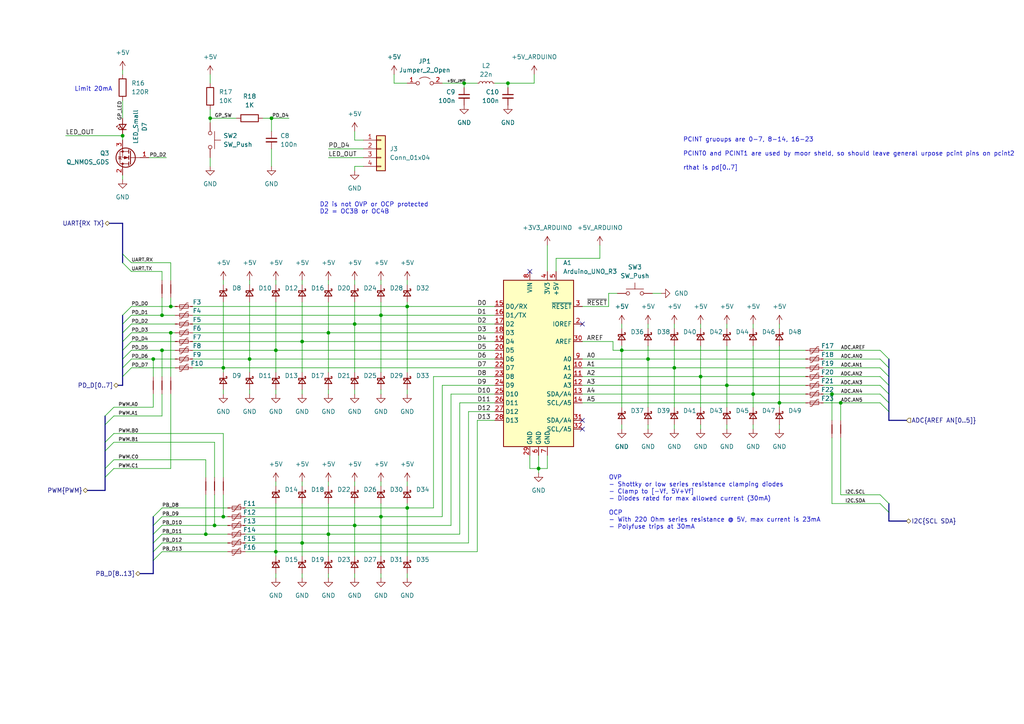
<source format=kicad_sch>
(kicad_sch (version 20211123) (generator eeschema)
  (paper "A4")
  (bus_alias "PWM" (members "A[0..1]" "B[0..1]" "C[0..1]"))
  (junction (at 218.44 114.3))
  (junction (at 180.34 101.6))
  (junction (at 102.87 93.98))
  (junction (at 60.96 34.29))
  (junction (at 110.49 91.44))
  (junction (at 64.77 149.86))
  (junction (at 78.74 34.29))
  (junction (at 195.58 106.68))
  (junction (at 80.01 101.6))
  (junction (at 62.23 152.4))
  (junction (at 46.99 101.6))
  (junction (at 44.45 104.14))
  (junction (at 156.21 135.89))
  (junction (at 203.2 109.22))
  (junction (at 87.63 157.48))
  (junction (at 95.25 154.94))
  (junction (at 35.56 39.37))
  (junction (at 64.77 106.68))
  (junction (at 59.69 154.94))
  (junction (at 210.82 111.76))
  (junction (at 87.63 99.06))
  (junction (at 134.62 24.13))
  (junction (at 46.99 91.44))
  (junction (at 118.11 147.32))
  (junction (at 110.49 149.86))
  (junction (at 241.3 114.3))
  (junction (at 243.84 116.84))
  (junction (at 147.32 24.13))
  (junction (at 80.01 160.02))
  (junction (at 226.06 116.84))
  (junction (at 102.87 152.4))
  (junction (at 118.11 88.9))
  (junction (at 49.53 96.52))
  (junction (at 49.53 88.9))
  (junction (at 95.25 96.52))
  (junction (at 187.96 104.14))
  (junction (at 72.39 104.14))
  (no_connect (at 153.67 78.74))
  (no_connect (at 168.91 124.46))
  (no_connect (at 168.91 121.92))
  (no_connect (at 168.91 93.98))
  (bus_entry (at 30.48 135.89) (size 2.54 -2.54))
  (bus_entry (at 38.1 93.98) (size -2.54 2.54))
  (bus_entry (at 35.56 91.44) (size 2.54 -2.54))
  (bus_entry (at 257.81 148.59) (size -2.54 -2.54))
  (bus_entry (at 46.99 160.02) (size -2.54 2.54))
  (bus_entry (at 257.81 104.14) (size -2.54 -2.54))
  (bus_entry (at 257.81 114.3) (size -2.54 -2.54))
  (bus_entry (at 257.81 106.68) (size -2.54 -2.54))
  (bus_entry (at 38.1 101.6) (size -2.54 2.54))
  (bus_entry (at 46.99 154.94) (size -2.54 2.54))
  (bus_entry (at 30.48 120.65) (size 2.54 -2.54))
  (bus_entry (at 30.48 123.19) (size 2.54 -2.54))
  (bus_entry (at 257.81 116.84) (size -2.54 -2.54))
  (bus_entry (at 46.99 152.4) (size -2.54 2.54))
  (bus_entry (at 38.1 91.44) (size -2.54 2.54))
  (bus_entry (at 30.48 130.81) (size 2.54 -2.54))
  (bus_entry (at 257.81 111.76) (size -2.54 -2.54))
  (bus_entry (at 257.81 146.05) (size -2.54 -2.54))
  (bus_entry (at 38.1 76.2) (size -2.54 -2.54))
  (bus_entry (at 38.1 96.52) (size -2.54 2.54))
  (bus_entry (at 44.45 149.86) (size 2.54 -2.54))
  (bus_entry (at 38.1 104.14) (size -2.54 2.54))
  (bus_entry (at 35.56 76.2) (size 2.54 2.54))
  (bus_entry (at 257.81 109.22) (size -2.54 -2.54))
  (bus_entry (at 46.99 149.86) (size -2.54 2.54))
  (bus_entry (at 30.48 138.43) (size 2.54 -2.54))
  (bus_entry (at 257.81 119.38) (size -2.54 -2.54))
  (bus_entry (at 38.1 99.06) (size -2.54 2.54))
  (bus_entry (at 38.1 106.68) (size -2.54 2.54))
  (bus_entry (at 46.99 157.48) (size -2.54 2.54))
  (bus_entry (at 30.48 128.27) (size 2.54 -2.54))
  (wire (pts (xy 133.35 116.84) (xy 133.35 154.94)))
  (wire (pts (xy 46.99 101.6) (xy 50.8 101.6)))
  (wire (pts (xy 64.77 143.51) (xy 64.77 149.86)))
  (wire (pts (xy 168.91 116.84) (xy 226.06 116.84)))
  (wire (pts (xy 226.06 100.33) (xy 226.06 116.84)))
  (wire (pts (xy 46.99 147.32) (xy 66.04 147.32)))
  (wire (pts (xy 38.1 104.14) (xy 44.45 104.14)))
  (wire (pts (xy 87.63 99.06) (xy 143.51 99.06)))
  (wire (pts (xy 64.77 113.03) (xy 64.77 114.3)))
  (wire (pts (xy 38.1 76.2) (xy 49.53 76.2)))
  (wire (pts (xy 38.1 78.74) (xy 46.99 78.74)))
  (wire (pts (xy 46.99 152.4) (xy 62.23 152.4)))
  (wire (pts (xy 177.8 101.6) (xy 180.34 101.6)))
  (wire (pts (xy 71.12 152.4) (xy 102.87 152.4)))
  (wire (pts (xy 177.8 99.06) (xy 177.8 101.6)))
  (wire (pts (xy 118.11 166.37) (xy 118.11 167.64)))
  (wire (pts (xy 46.99 78.74) (xy 46.99 81.28)))
  (wire (pts (xy 78.74 34.29) (xy 78.74 38.1)))
  (wire (pts (xy 147.32 24.13) (xy 154.94 24.13)))
  (wire (pts (xy 138.43 160.02) (xy 138.43 121.92)))
  (wire (pts (xy 95.25 146.05) (xy 95.25 154.94)))
  (wire (pts (xy 238.76 106.68) (xy 255.27 106.68)))
  (wire (pts (xy 102.87 87.63) (xy 102.87 93.98)))
  (wire (pts (xy 114.3 21.59) (xy 114.3 24.13)))
  (bus (pts (xy 257.81 111.76) (xy 257.81 114.3)))
  (wire (pts (xy 80.01 166.37) (xy 80.01 167.64)))
  (wire (pts (xy 49.53 88.9) (xy 50.8 88.9)))
  (wire (pts (xy 80.01 101.6) (xy 80.01 107.95)))
  (bus (pts (xy 30.48 123.19) (xy 30.48 128.27)))
  (wire (pts (xy 189.23 85.09) (xy 191.77 85.09)))
  (wire (pts (xy 168.91 104.14) (xy 187.96 104.14)))
  (wire (pts (xy 46.99 149.86) (xy 64.77 149.86)))
  (bus (pts (xy 30.48 142.24) (xy 30.48 138.43)))
  (wire (pts (xy 55.88 106.68) (xy 64.77 106.68)))
  (wire (pts (xy 203.2 93.98) (xy 203.2 95.25)))
  (wire (pts (xy 78.74 34.29) (xy 83.82 34.29)))
  (wire (pts (xy 138.43 121.92) (xy 143.51 121.92)))
  (wire (pts (xy 35.56 29.21) (xy 35.56 34.29)))
  (bus (pts (xy 35.56 104.14) (xy 35.56 106.68)))
  (wire (pts (xy 241.3 114.3) (xy 241.3 121.92)))
  (wire (pts (xy 110.49 91.44) (xy 143.51 91.44)))
  (wire (pts (xy 64.77 149.86) (xy 66.04 149.86)))
  (wire (pts (xy 180.34 123.19) (xy 180.34 124.46)))
  (wire (pts (xy 80.01 81.28) (xy 80.01 82.55)))
  (wire (pts (xy 243.84 143.51) (xy 255.27 143.51)))
  (wire (pts (xy 33.02 120.65) (xy 46.99 120.65)))
  (wire (pts (xy 238.76 104.14) (xy 255.27 104.14)))
  (wire (pts (xy 87.63 99.06) (xy 87.63 107.95)))
  (wire (pts (xy 80.01 113.03) (xy 80.01 114.3)))
  (wire (pts (xy 44.45 104.14) (xy 44.45 109.22)))
  (wire (pts (xy 44.45 114.3) (xy 44.45 118.11)))
  (wire (pts (xy 243.84 116.84) (xy 243.84 121.92)))
  (wire (pts (xy 118.11 139.7) (xy 118.11 140.97)))
  (wire (pts (xy 114.3 24.13) (xy 118.11 24.13)))
  (wire (pts (xy 38.1 101.6) (xy 46.99 101.6)))
  (bus (pts (xy 44.45 157.48) (xy 44.45 160.02)))
  (wire (pts (xy 87.63 113.03) (xy 87.63 114.3)))
  (wire (pts (xy 33.02 135.89) (xy 49.53 135.89)))
  (wire (pts (xy 46.99 114.3) (xy 46.99 120.65)))
  (wire (pts (xy 110.49 87.63) (xy 110.49 91.44)))
  (wire (pts (xy 130.81 114.3) (xy 143.51 114.3)))
  (wire (pts (xy 168.91 114.3) (xy 218.44 114.3)))
  (wire (pts (xy 153.67 132.08) (xy 153.67 135.89)))
  (wire (pts (xy 118.11 81.28) (xy 118.11 82.55)))
  (wire (pts (xy 168.91 99.06) (xy 177.8 99.06)))
  (bus (pts (xy 30.48 128.27) (xy 30.48 130.81)))
  (wire (pts (xy 135.89 119.38) (xy 135.89 157.48)))
  (wire (pts (xy 46.99 154.94) (xy 59.69 154.94)))
  (wire (pts (xy 203.2 109.22) (xy 203.2 118.11)))
  (bus (pts (xy 257.81 146.05) (xy 257.81 148.59)))
  (bus (pts (xy 30.48 130.81) (xy 30.48 135.89)))
  (wire (pts (xy 87.63 139.7) (xy 87.63 140.97)))
  (wire (pts (xy 64.77 81.28) (xy 64.77 82.55)))
  (wire (pts (xy 241.3 146.05) (xy 255.27 146.05)))
  (wire (pts (xy 168.91 109.22) (xy 203.2 109.22)))
  (wire (pts (xy 64.77 106.68) (xy 143.51 106.68)))
  (wire (pts (xy 195.58 93.98) (xy 195.58 95.25)))
  (wire (pts (xy 62.23 128.27) (xy 62.23 138.43)))
  (bus (pts (xy 257.81 106.68) (xy 257.81 109.22)))
  (wire (pts (xy 102.87 93.98) (xy 143.51 93.98)))
  (wire (pts (xy 38.1 88.9) (xy 49.53 88.9)))
  (wire (pts (xy 195.58 100.33) (xy 195.58 106.68)))
  (bus (pts (xy 257.81 104.14) (xy 257.81 106.68)))
  (wire (pts (xy 226.06 93.98) (xy 226.06 95.25)))
  (bus (pts (xy 35.56 91.44) (xy 35.56 93.98)))
  (wire (pts (xy 95.25 96.52) (xy 143.51 96.52)))
  (wire (pts (xy 95.25 96.52) (xy 95.25 107.95)))
  (wire (pts (xy 210.82 111.76) (xy 210.82 118.11)))
  (bus (pts (xy 257.81 151.13) (xy 257.81 148.59)))
  (wire (pts (xy 55.88 104.14) (xy 72.39 104.14)))
  (wire (pts (xy 78.74 43.18) (xy 78.74 48.26)))
  (bus (pts (xy 35.56 104.14) (xy 35.56 101.6)))
  (wire (pts (xy 125.73 109.22) (xy 143.51 109.22)))
  (wire (pts (xy 128.27 24.13) (xy 134.62 24.13)))
  (wire (pts (xy 110.49 166.37) (xy 110.49 167.64)))
  (wire (pts (xy 156.21 135.89) (xy 156.21 137.16)))
  (wire (pts (xy 55.88 93.98) (xy 102.87 93.98)))
  (wire (pts (xy 35.56 20.32) (xy 35.56 21.59)))
  (wire (pts (xy 59.69 154.94) (xy 66.04 154.94)))
  (wire (pts (xy 233.68 109.22) (xy 203.2 109.22)))
  (wire (pts (xy 102.87 113.03) (xy 102.87 114.3)))
  (wire (pts (xy 128.27 111.76) (xy 143.51 111.76)))
  (wire (pts (xy 226.06 123.19) (xy 226.06 124.46)))
  (wire (pts (xy 102.87 139.7) (xy 102.87 140.97)))
  (wire (pts (xy 203.2 123.19) (xy 203.2 124.46)))
  (wire (pts (xy 95.25 113.03) (xy 95.25 114.3)))
  (bus (pts (xy 257.81 121.92) (xy 257.81 119.38)))
  (wire (pts (xy 130.81 114.3) (xy 130.81 152.4)))
  (wire (pts (xy 71.12 157.48) (xy 87.63 157.48)))
  (wire (pts (xy 110.49 113.03) (xy 110.49 114.3)))
  (wire (pts (xy 80.01 160.02) (xy 138.43 160.02)))
  (wire (pts (xy 71.12 160.02) (xy 80.01 160.02)))
  (wire (pts (xy 49.53 96.52) (xy 50.8 96.52)))
  (wire (pts (xy 218.44 123.19) (xy 218.44 124.46)))
  (wire (pts (xy 33.02 125.73) (xy 64.77 125.73)))
  (wire (pts (xy 110.49 81.28) (xy 110.49 82.55)))
  (wire (pts (xy 49.53 96.52) (xy 49.53 109.22)))
  (wire (pts (xy 80.01 160.02) (xy 80.01 161.29)))
  (wire (pts (xy 110.49 149.86) (xy 110.49 161.29)))
  (wire (pts (xy 118.11 146.05) (xy 118.11 147.32)))
  (bus (pts (xy 35.56 99.06) (xy 35.56 101.6)))
  (wire (pts (xy 243.84 127) (xy 243.84 143.51)))
  (wire (pts (xy 55.88 88.9) (xy 118.11 88.9)))
  (wire (pts (xy 95.25 139.7) (xy 95.25 140.97)))
  (wire (pts (xy 233.68 104.14) (xy 187.96 104.14)))
  (wire (pts (xy 64.77 87.63) (xy 64.77 106.68)))
  (wire (pts (xy 55.88 101.6) (xy 80.01 101.6)))
  (wire (pts (xy 62.23 143.51) (xy 62.23 152.4)))
  (wire (pts (xy 33.02 118.11) (xy 44.45 118.11)))
  (bus (pts (xy 35.56 76.2) (xy 35.56 73.66)))
  (wire (pts (xy 95.25 87.63) (xy 95.25 96.52)))
  (wire (pts (xy 87.63 146.05) (xy 87.63 157.48)))
  (wire (pts (xy 118.11 147.32) (xy 125.73 147.32)))
  (wire (pts (xy 102.87 152.4) (xy 130.81 152.4)))
  (bus (pts (xy 44.45 152.4) (xy 44.45 154.94)))
  (wire (pts (xy 38.1 96.52) (xy 49.53 96.52)))
  (bus (pts (xy 44.45 154.94) (xy 44.45 157.48)))
  (wire (pts (xy 173.99 71.12) (xy 173.99 74.93)))
  (wire (pts (xy 218.44 114.3) (xy 218.44 118.11)))
  (wire (pts (xy 102.87 48.26) (xy 102.87 49.53)))
  (wire (pts (xy 46.99 109.22) (xy 46.99 101.6)))
  (wire (pts (xy 87.63 157.48) (xy 87.63 161.29)))
  (wire (pts (xy 158.75 132.08) (xy 158.75 135.89)))
  (wire (pts (xy 218.44 93.98) (xy 218.44 95.25)))
  (bus (pts (xy 257.81 114.3) (xy 257.81 116.84)))
  (wire (pts (xy 168.91 88.9) (xy 176.53 88.9)))
  (wire (pts (xy 95.25 45.72) (xy 105.41 45.72)))
  (wire (pts (xy 187.96 100.33) (xy 187.96 104.14)))
  (wire (pts (xy 118.11 88.9) (xy 143.51 88.9)))
  (wire (pts (xy 203.2 100.33) (xy 203.2 109.22)))
  (bus (pts (xy 44.45 149.86) (xy 44.45 152.4)))
  (wire (pts (xy 118.11 147.32) (xy 118.11 161.29)))
  (wire (pts (xy 55.88 96.52) (xy 95.25 96.52)))
  (wire (pts (xy 87.63 81.28) (xy 87.63 82.55)))
  (wire (pts (xy 80.01 87.63) (xy 80.01 101.6)))
  (wire (pts (xy 110.49 149.86) (xy 128.27 149.86)))
  (wire (pts (xy 49.53 114.3) (xy 49.53 135.89)))
  (wire (pts (xy 102.87 146.05) (xy 102.87 152.4)))
  (wire (pts (xy 95.25 154.94) (xy 95.25 161.29)))
  (wire (pts (xy 210.82 100.33) (xy 210.82 111.76)))
  (wire (pts (xy 72.39 113.03) (xy 72.39 114.3)))
  (wire (pts (xy 46.99 91.44) (xy 50.8 91.44)))
  (wire (pts (xy 110.49 91.44) (xy 110.49 107.95)))
  (wire (pts (xy 153.67 135.89) (xy 156.21 135.89)))
  (wire (pts (xy 64.77 138.43) (xy 64.77 125.73)))
  (wire (pts (xy 87.63 157.48) (xy 135.89 157.48)))
  (wire (pts (xy 80.01 101.6) (xy 143.51 101.6)))
  (wire (pts (xy 134.62 24.13) (xy 134.62 25.4)))
  (wire (pts (xy 243.84 116.84) (xy 255.27 116.84)))
  (wire (pts (xy 238.76 109.22) (xy 255.27 109.22)))
  (wire (pts (xy 95.25 81.28) (xy 95.25 82.55)))
  (bus (pts (xy 35.56 64.77) (xy 35.56 73.66)))
  (bus (pts (xy 35.56 106.68) (xy 35.56 109.22)))
  (wire (pts (xy 195.58 106.68) (xy 195.58 118.11)))
  (wire (pts (xy 60.96 34.29) (xy 60.96 35.56)))
  (wire (pts (xy 95.25 154.94) (xy 133.35 154.94)))
  (wire (pts (xy 87.63 166.37) (xy 87.63 167.64)))
  (wire (pts (xy 195.58 123.19) (xy 195.58 124.46)))
  (wire (pts (xy 241.3 114.3) (xy 255.27 114.3)))
  (wire (pts (xy 238.76 116.84) (xy 243.84 116.84)))
  (bus (pts (xy 34.29 111.76) (xy 35.56 111.76)))
  (wire (pts (xy 154.94 21.59) (xy 154.94 24.13)))
  (bus (pts (xy 44.45 162.56) (xy 44.45 166.37)))
  (wire (pts (xy 72.39 87.63) (xy 72.39 104.14)))
  (bus (pts (xy 35.56 109.22) (xy 35.56 111.76)))
  (wire (pts (xy 95.25 166.37) (xy 95.25 167.64)))
  (wire (pts (xy 19.05 39.37) (xy 35.56 39.37)))
  (wire (pts (xy 49.53 86.36) (xy 49.53 88.9)))
  (wire (pts (xy 147.32 24.13) (xy 143.51 24.13)))
  (bus (pts (xy 35.56 93.98) (xy 35.56 96.52)))
  (wire (pts (xy 118.11 87.63) (xy 118.11 88.9)))
  (wire (pts (xy 60.96 45.72) (xy 60.96 48.26)))
  (wire (pts (xy 187.96 123.19) (xy 187.96 124.46)))
  (wire (pts (xy 180.34 93.98) (xy 180.34 95.25)))
  (bus (pts (xy 35.56 96.52) (xy 35.56 99.06)))
  (wire (pts (xy 33.02 133.35) (xy 59.69 133.35)))
  (wire (pts (xy 71.12 154.94) (xy 95.25 154.94)))
  (wire (pts (xy 102.87 40.64) (xy 105.41 40.64)))
  (wire (pts (xy 195.58 106.68) (xy 233.68 106.68)))
  (wire (pts (xy 80.01 146.05) (xy 80.01 160.02)))
  (wire (pts (xy 233.68 111.76) (xy 210.82 111.76)))
  (wire (pts (xy 218.44 114.3) (xy 233.68 114.3)))
  (wire (pts (xy 158.75 135.89) (xy 156.21 135.89)))
  (wire (pts (xy 238.76 101.6) (xy 255.27 101.6)))
  (bus (pts (xy 257.81 109.22) (xy 257.81 111.76)))
  (wire (pts (xy 156.21 132.08) (xy 156.21 135.89)))
  (wire (pts (xy 125.73 109.22) (xy 125.73 147.32)))
  (bus (pts (xy 257.81 116.84) (xy 257.81 119.38)))
  (wire (pts (xy 180.34 101.6) (xy 233.68 101.6)))
  (wire (pts (xy 59.69 143.51) (xy 59.69 154.94)))
  (wire (pts (xy 133.35 116.84) (xy 143.51 116.84)))
  (wire (pts (xy 102.87 166.37) (xy 102.87 167.64)))
  (wire (pts (xy 158.75 71.12) (xy 158.75 78.74)))
  (wire (pts (xy 62.23 152.4) (xy 66.04 152.4)))
  (wire (pts (xy 72.39 81.28) (xy 72.39 82.55)))
  (wire (pts (xy 38.1 93.98) (xy 50.8 93.98)))
  (wire (pts (xy 38.1 106.68) (xy 50.8 106.68)))
  (wire (pts (xy 168.91 106.68) (xy 195.58 106.68)))
  (wire (pts (xy 80.01 139.7) (xy 80.01 140.97)))
  (wire (pts (xy 55.88 91.44) (xy 110.49 91.44)))
  (wire (pts (xy 35.56 50.8) (xy 35.56 52.07)))
  (wire (pts (xy 72.39 104.14) (xy 72.39 107.95)))
  (wire (pts (xy 110.49 146.05) (xy 110.49 149.86)))
  (wire (pts (xy 33.02 128.27) (xy 62.23 128.27)))
  (wire (pts (xy 147.32 24.13) (xy 147.32 25.4)))
  (wire (pts (xy 180.34 101.6) (xy 180.34 118.11)))
  (wire (pts (xy 161.29 74.93) (xy 173.99 74.93)))
  (wire (pts (xy 55.88 99.06) (xy 87.63 99.06)))
  (wire (pts (xy 102.87 81.28) (xy 102.87 82.55)))
  (wire (pts (xy 43.18 45.72) (xy 48.26 45.72)))
  (wire (pts (xy 46.99 86.36) (xy 46.99 91.44)))
  (wire (pts (xy 95.25 43.18) (xy 105.41 43.18)))
  (wire (pts (xy 135.89 119.38) (xy 143.51 119.38)))
  (wire (pts (xy 102.87 38.1) (xy 102.87 40.64)))
  (wire (pts (xy 60.96 34.29) (xy 68.58 34.29)))
  (wire (pts (xy 226.06 116.84) (xy 233.68 116.84)))
  (wire (pts (xy 102.87 93.98) (xy 102.87 107.95)))
  (wire (pts (xy 241.3 127) (xy 241.3 146.05)))
  (bus (pts (xy 30.48 120.65) (xy 30.48 123.19)))
  (wire (pts (xy 87.63 87.63) (xy 87.63 99.06)))
  (wire (pts (xy 46.99 157.48) (xy 66.04 157.48)))
  (wire (pts (xy 187.96 93.98) (xy 187.96 95.25)))
  (wire (pts (xy 76.2 34.29) (xy 78.74 34.29)))
  (wire (pts (xy 105.41 48.26) (xy 102.87 48.26)))
  (bus (pts (xy 31.75 64.77) (xy 35.56 64.77)))
  (wire (pts (xy 35.56 39.37) (xy 35.56 40.64)))
  (bus (pts (xy 30.48 135.89) (xy 30.48 138.43)))
  (wire (pts (xy 110.49 139.7) (xy 110.49 140.97)))
  (wire (pts (xy 176.53 85.09) (xy 179.07 85.09)))
  (wire (pts (xy 118.11 113.03) (xy 118.11 114.3)))
  (bus (pts (xy 44.45 160.02) (xy 44.45 162.56)))
  (bus (pts (xy 262.89 121.92) (xy 257.81 121.92)))
  (wire (pts (xy 49.53 76.2) (xy 49.53 81.28)))
  (bus (pts (xy 44.45 166.37) (xy 40.64 166.37)))
  (wire (pts (xy 187.96 104.14) (xy 187.96 118.11)))
  (wire (pts (xy 168.91 111.76) (xy 210.82 111.76)))
  (wire (pts (xy 38.1 91.44) (xy 46.99 91.44)))
  (bus (pts (xy 25.4 142.24) (xy 30.48 142.24)))
  (wire (pts (xy 60.96 21.59) (xy 60.96 24.13)))
  (wire (pts (xy 59.69 138.43) (xy 59.69 133.35)))
  (wire (pts (xy 38.1 99.06) (xy 50.8 99.06)))
  (wire (pts (xy 128.27 111.76) (xy 128.27 149.86)))
  (wire (pts (xy 180.34 100.33) (xy 180.34 101.6)))
  (wire (pts (xy 71.12 147.32) (xy 118.11 147.32)))
  (wire (pts (xy 226.06 116.84) (xy 226.06 118.11)))
  (wire (pts (xy 118.11 88.9) (xy 118.11 107.95)))
  (wire (pts (xy 102.87 152.4) (xy 102.87 161.29)))
  (wire (pts (xy 72.39 104.14) (xy 143.51 104.14)))
  (wire (pts (xy 161.29 78.74) (xy 161.29 74.93)))
  (wire (pts (xy 238.76 111.76) (xy 255.27 111.76)))
  (wire (pts (xy 64.77 106.68) (xy 64.77 107.95)))
  (wire (pts (xy 60.96 31.75) (xy 60.96 34.29)))
  (wire (pts (xy 210.82 123.19) (xy 210.82 124.46)))
  (wire (pts (xy 238.76 114.3) (xy 241.3 114.3)))
  (wire (pts (xy 176.53 88.9) (xy 176.53 85.09)))
  (wire (pts (xy 138.43 24.13) (xy 134.62 24.13)))
  (wire (pts (xy 71.12 149.86) (xy 110.49 149.86)))
  (wire (pts (xy 210.82 93.98) (xy 210.82 95.25)))
  (wire (pts (xy 218.44 100.33) (xy 218.44 114.3)))
  (wire (pts (xy 46.99 160.02) (xy 66.04 160.02)))
  (wire (pts (xy 44.45 104.14) (xy 50.8 104.14)))
  (bus (pts (xy 262.89 151.13) (xy 257.81 151.13)))
  (text "D2 is not OVP or OCP protected\nD2 = OC3B or OC4B\n" (at 92.71 62.23 0) (effects (font (size 1.27 1.27)) (justify left bottom)))
  (text "OVP\n- Shottky or low series resistance clamping diodes\n- Clamp to [-Vf, 5V+Vf]\n- Diodes rated for max allowed current (30mA)\n\nOCP\n- With 220 Ohm series resistance @ 5V, max current is 23mA\n- Polyfuse trips at 30mA" (at 176.53 153.67 0) (effects (font (size 1.27 1.27)) (justify left bottom)))
  (text "PCINT gruoups are 0-7, 8-14, 16-23\n\nPCINT0 and PCINT1 are used by moor sheld, so should leave general urpose pcint pins on pcint2\n\nrthat is pd[0..7]" (at 198.12 49.53 0) (effects (font (size 1.27 1.27)) (justify left bottom)))
  (text "Limit 20mA" (at 21.59 26.67 0) (effects (font (size 1.27 1.27)) (justify left bottom)))
  (text "- General purpose button on one group fo PCINT not used for current mon.\n- onboard LED indicator?\n- with connector for external button and LED?" (at 118.11 228.6 0) (effects (font (size 1.27 1.27)) (justify left bottom)))
  (label "ADC.AN4" (at 243.84 114.3 0) (effects (font (size 1 1))))
  (label "D6" (at 138.43 104.14 0))
  (label "I2C.SDA" (at 245.11 146.05 0) (effects (font (size 1 1))))
  (label "PD_D0" (at 38.1 88.9 0) (effects (font (size 1 1))))
  (label "A1" (at 170.18 106.68 0))
  (label "PD_D2" (at 48.26 45.72 180) (effects (font (size 1 1))))
  (label "D0" (at 138.43 88.9 0))
  (label "LED_OUT" (at 95.25 45.72 0))
  (label "D13" (at 138.43 121.92 0))
  (label "ADC.AREF" (at 243.84 101.6 0) (effects (font (size 1 1))))
  (label "ADC.AN2" (at 243.7962 109.22 0) (effects (font (size 1 1))))
  (label "GP_LED" (at 35.56 29.21 270) (effects (font (size 1 1))))
  (label "PB_D11" (at 46.99 154.94 0) (effects (font (size 1 1))))
  (label "PD_D3" (at 38.1 96.52 0) (effects (font (size 1 1))))
  (label "PB_D13" (at 46.99 160.02 0) (effects (font (size 1 1))))
  (label "PWM.B1" (at 34.29 128.27 0) (effects (font (size 1 1))))
  (label "PWM.C1" (at 34.29 135.89 0) (effects (font (size 1 1))))
  (label "D10" (at 138.43 114.3 0))
  (label "AREF" (at 170.18 99.06 0))
  (label "UART.RX" (at 38.1 76.2 0) (effects (font (size 1 1))))
  (label "D7" (at 138.43 106.68 0))
  (label "PD_D4" (at 38.1 99.06 0) (effects (font (size 1 1))))
  (label "A0" (at 170.18 104.14 0))
  (label "PD_D4" (at 83.82 34.29 180) (effects (font (size 1 1))))
  (label "UART.TX" (at 38.1 78.74 0) (effects (font (size 1 1))))
  (label "PD_D4" (at 95.25 43.18 0))
  (label "D9" (at 138.43 111.76 0))
  (label "D5" (at 138.43 101.6 0))
  (label "PD_D7" (at 38.1 106.68 0) (effects (font (size 1 1))))
  (label "+5V_JMP" (at 129.54 24.13 0) (effects (font (size 0.8 0.8))))
  (label "PB_D10" (at 46.99 152.4 0) (effects (font (size 1 1))))
  (label "D8" (at 138.43 109.22 0))
  (label "ADC.AN1" (at 243.84 106.68 0) (effects (font (size 1 1))))
  (label "LED_OUT" (at 19.05 39.37 0))
  (label "D3" (at 138.43 96.52 0))
  (label "PB_D9" (at 46.99 149.86 0) (effects (font (size 1 1))))
  (label "A4" (at 170.18 114.3 0))
  (label "PD_D2" (at 38.1 93.98 0) (effects (font (size 1 1))))
  (label "PB_D8" (at 46.99 147.32 0) (effects (font (size 1 1))))
  (label "ADC.AN3" (at 243.7962 111.76 0) (effects (font (size 1 1))))
  (label "PWM.A1" (at 34.29 120.65 0) (effects (font (size 1 1))))
  (label "GP_SW" (at 62.23 34.29 0) (effects (font (size 1 1))))
  (label "ADC.AN5" (at 243.84 116.84 0) (effects (font (size 1 1))))
  (label "~{RESET}" (at 170.18 88.9 0))
  (label "I2C.SCL" (at 245.11 143.51 0) (effects (font (size 1 1))))
  (label "PWM.B0" (at 34.29 125.73 0) (effects (font (size 1 1))))
  (label "PD_D6" (at 38.1 104.14 0) (effects (font (size 1 1))))
  (label "D2" (at 138.43 93.98 0))
  (label "ADC.AN0" (at 243.84 104.14 0) (effects (font (size 1 1))))
  (label "D1" (at 138.43 91.44 0))
  (label "A3" (at 170.1531 111.76 0))
  (label "PB_D12" (at 46.99 157.48 0) (effects (font (size 1 1))))
  (label "PWM.A0" (at 34.29 118.11 0) (effects (font (size 1 1))))
  (label "A5" (at 170.18 116.84 0))
  (label "PD_D1" (at 38.1 91.44 0) (effects (font (size 1 1))))
  (label "D12" (at 138.43 119.38 0))
  (label "D4" (at 138.43 99.06 0))
  (label "D11" (at 138.43 116.84 0))
  (label "A2" (at 170.18 109.22 0))
  (label "PWM.C0" (at 34.29 133.35 0) (effects (font (size 1 1))))
  (label "PD_D5" (at 38.1 101.6 0) (effects (font (size 1 1))))
  (hierarchical_label "UART{RX TX}" (shape bidirectional) (at 31.75 64.77 180))
  (hierarchical_label "I2C{SCL SDA}" (shape bidirectional) (at 262.89 151.13 0))
  (hierarchical_label "PB_D[8..13]" (shape bidirectional) (at 40.64 166.37 180))
  (hierarchical_label "ADC{AREF AN[0..5]}" (shape input) (at 262.89 121.92 0))
  (hierarchical_label "PD_D[0..7]" (shape bidirectional) (at 34.29 111.76 180))
  (hierarchical_label "PWM{PWM}" (shape bidirectional) (at 25.4 142.24 180))
  (symbol (lib_id "Connector_Generic:Conn_01x04") (at 110.49 43.18 0) (unit 1)
    (property "Reference" "J3" (at 113.03 43.1799 0) (effects (justify left)))
    (property "Value" "Conn_01x04" (at 113.03 45.7199 0) (effects (justify left)))
    (property "Footprint" "Connector_Molex:Molex_KK-254_AE-6410-04A_1x04_P2.54mm_Vertical" (effects hide))
  )
  (symbol (lib_id "power:GND") (at 110.49 114.3 0) (mirror y) (unit 1)
    (property "Reference" "#PWR045" (effects hide))
    (property "Value" "GND" (at 110.49 119.38 0))
  )
  (symbol (lib_id "power:GND") (at 80.01 167.64 0) (mirror y) (unit 1)
    (property "Reference" "#PWR029" (effects hide))
    (property "Value" "GND" (at 80.01 172.72 0))
  )
  (symbol (lib_id "Device:D_Schottky_Small") (at 218.44 120.65 270) (unit 1)
    (property "Reference" "D47" (at 220.98 119.1259 90) (effects (justify left)))
    (property "Value" "D_Schottky_Small" (effects hide))
    (property "Footprint" "Diode_SMD:D_0805_2012Metric_Pad1.15x1.40mm_HandSolder" (effects hide))
  )
  (symbol (lib_id "Device:D_Schottky_Small") (at 95.25 85.09 270) (unit 1)
    (property "Reference" "D20" (at 97.79 83.5659 90) (effects (justify left)))
    (property "Value" "D_Schottky_Small" (effects hide))
    (property "Footprint" "Diode_SMD:D_0805_2012Metric_Pad1.15x1.40mm_HandSolder" (effects hide))
  )
  (symbol (lib_id "Device:NetTie_2") (at 44.45 111.76 90) (unit 1) (in_bom no)
    (property "Reference" "NT1" (effects hide))
    (property "Value" "NetTie_2" (effects hide))
    (property "Footprint" "NetTie:NetTie-2_THT_Pad0.3mm" (effects hide))
  )
  (symbol (lib_id "Device:R") (at 72.39 34.29 270) (unit 1)
    (property "Reference" "R18" (at 72.39 27.94 90))
    (property "Value" "1K" (at 72.39 30.48 90))
    (property "Footprint" "Resistor_SMD:R_0805_2012Metric_Pad1.20x1.40mm_HandSolder" (effects hide))
  )
  (symbol (lib_id "Device:Polyfuse_Small") (at 53.34 93.98 90) (unit 1)
    (property "Reference" "F5" (at 57.15 92.71 90))
    (property "Value" "Polyfuse_Small" (effects hide))
    (property "Footprint" "Fuse:Fuse_0805_2012Metric_Pad1.15x1.40mm_HandSolder" (effects hide))
    (property "Digikey Part No" "PRG18BB221MB1RB" (effects hide))
  )
  (symbol (lib_id "Device:C_Small") (at 147.32 27.94 0) (mirror y) (unit 1)
    (property "Reference" "C10" (at 144.78 26.6762 0) (effects (justify left)))
    (property "Value" "100n" (at 144.78 29.2162 0) (effects (justify left)))
    (property "Footprint" "Capacitor_SMD:C_0805_2012Metric_Pad1.18x1.45mm_HandSolder" (effects hide))
  )
  (symbol (lib_id "Device:D_Schottky_Small") (at 195.58 120.65 270) (unit 1)
    (property "Reference" "D41" (at 198.12 119.1259 90) (effects (justify left)))
    (property "Value" "D_Schottky_Small" (effects hide))
    (property "Footprint" "Diode_SMD:D_0805_2012Metric_Pad1.15x1.40mm_HandSolder" (effects hide))
  )
  (symbol (lib_id "power:GND") (at 118.11 114.3 0) (mirror y) (unit 1)
    (property "Reference" "#PWR050" (effects hide))
    (property "Value" "GND" (at 118.11 119.38 0))
  )
  (symbol (lib_id "power:+5V") (at 35.56 20.32 0) (unit 1)
    (property "Reference" "#PWR017" (effects hide))
    (property "Value" "+5V" (at 35.56 15.24 0))
  )
  (symbol (lib_id "Device:NetTie_2") (at 62.23 140.97 90) (unit 1) (in_bom no)
    (property "Reference" "NT7" (effects hide))
    (property "Value" "NetTie_2" (effects hide))
    (property "Footprint" "NetTie:NetTie-2_THT_Pad0.3mm" (effects hide))
  )
  (symbol (lib_id "Device:Polyfuse_Small") (at 53.34 106.68 90) (unit 1)
    (property "Reference" "F10" (at 57.15 105.41 90))
    (property "Value" "Polyfuse_Small" (effects hide))
    (property "Footprint" "Fuse:Fuse_0805_2012Metric_Pad1.15x1.40mm_HandSolder" (effects hide))
    (property "Digikey Part No" "PRG18BB221MB1RB" (effects hide))
  )
  (symbol (lib_id "Device:D_Schottky_Small") (at 180.34 97.79 270) (unit 1)
    (property "Reference" "D36" (at 182.88 96.2659 90) (effects (justify left)))
    (property "Value" "D_Schottky_Small" (effects hide))
    (property "Footprint" "Diode_SMD:D_0805_2012Metric_Pad1.15x1.40mm_HandSolder" (effects hide))
  )
  (symbol (lib_id "Device:D_Schottky_Small") (at 226.06 120.65 270) (unit 1)
    (property "Reference" "D49" (at 228.6 119.1259 90) (effects (justify left)))
    (property "Value" "D_Schottky_Small" (effects hide))
    (property "Footprint" "Diode_SMD:D_0805_2012Metric_Pad1.15x1.40mm_HandSolder" (effects hide))
  )
  (symbol (lib_id "power:+5V") (at 60.96 21.59 0) (unit 1)
    (property "Reference" "#PWR019" (effects hide))
    (property "Value" "+5V" (at 60.96 16.51 0))
  )
  (symbol (lib_id "Device:D_Schottky_Small") (at 118.11 143.51 270) (unit 1)
    (property "Reference" "D34" (at 120.65 141.9859 90) (effects (justify left)))
    (property "Value" "D_Schottky_Small" (effects hide))
    (property "Footprint" "Diode_SMD:D_0805_2012Metric_Pad1.15x1.40mm_HandSolder" (effects hide))
  )
  (symbol (lib_id "Device:Polyfuse_Small") (at 236.22 116.84 90) (unit 1)
    (property "Reference" "F23" (at 240.03 115.57 90))
    (property "Value" "Polyfuse_Small" (effects hide))
    (property "Footprint" "Fuse:Fuse_0805_2012Metric_Pad1.15x1.40mm_HandSolder" (effects hide))
    (property "Digikey Part No" "PRG18BB221MB1RB" (effects hide))
  )
  (symbol (lib_id "Device:R") (at 60.96 27.94 180) (unit 1)
    (property "Reference" "R17" (at 63.5 26.6699 0) (effects (justify right)))
    (property "Value" "10K" (at 63.5 29.2099 0) (effects (justify right)))
    (property "Footprint" "Resistor_SMD:R_0805_2012Metric_Pad1.20x1.40mm_HandSolder" (effects hide))
  )
  (symbol (lib_id "Device:D_Schottky_Small") (at 118.11 163.83 270) (unit 1)
    (property "Reference" "D35" (at 120.65 162.3059 90) (effects (justify left)))
    (property "Value" "D_Schottky_Small" (effects hide))
    (property "Footprint" "Diode_SMD:D_0805_2012Metric_Pad1.15x1.40mm_HandSolder" (effects hide))
  )
  (symbol (lib_id "Device:D_Schottky_Small") (at 102.87 110.49 270) (unit 1)
    (property "Reference" "D25" (at 105.41 108.9659 90) (effects (justify left)))
    (property "Value" "D_Schottky_Small" (effects hide))
    (property "Footprint" "Diode_SMD:D_0805_2012Metric_Pad1.15x1.40mm_HandSolder" (effects hide))
  )
  (symbol (lib_id "power:+5V") (at 114.3 21.59 0) (mirror y) (unit 1)
    (property "Reference" "#PWR048" (effects hide))
    (property "Value" "+5V" (at 114.3 16.51 0))
  )
  (symbol (lib_id "Device:D_Schottky_Small") (at 210.82 97.79 270) (unit 1)
    (property "Reference" "D44" (at 213.36 96.2659 90) (effects (justify left)))
    (property "Value" "D_Schottky_Small" (effects hide))
    (property "Footprint" "Diode_SMD:D_0805_2012Metric_Pad1.15x1.40mm_HandSolder" (effects hide))
  )
  (symbol (lib_id "Device:Polyfuse_Small") (at 236.22 114.3 90) (unit 1)
    (property "Reference" "F22" (at 240.03 113.03 90))
    (property "Value" "Polyfuse_Small" (effects hide))
    (property "Footprint" "Fuse:Fuse_0805_2012Metric_Pad1.15x1.40mm_HandSolder" (effects hide))
    (property "Digikey Part No" "PRG18BB221MB1RB" (effects hide))
  )
  (symbol (lib_id "Device:Polyfuse_Small") (at 68.58 149.86 90) (unit 1)
    (property "Reference" "F12" (at 72.39 148.59 90))
    (property "Value" "Polyfuse_Small" (effects hide))
    (property "Footprint" "Fuse:Fuse_0805_2012Metric_Pad1.15x1.40mm_HandSolder" (effects hide))
    (property "Digikey Part No" "PRG18BB221MB1RB" (effects hide))
  )
  (symbol (lib_id "power:GND") (at 118.11 167.64 0) (mirror y) (unit 1)
    (property "Reference" "#PWR052" (effects hide))
    (property "Value" "GND" (at 118.11 172.72 0))
  )
  (symbol (lib_id "Device:Polyfuse_Small") (at 68.58 154.94 90) (unit 1)
    (property "Reference" "F14" (at 72.39 153.67 90))
    (property "Value" "Polyfuse_Small" (effects hide))
    (property "Footprint" "Fuse:Fuse_0805_2012Metric_Pad1.15x1.40mm_HandSolder" (effects hide))
    (property "Digikey Part No" "PRG18BB221MB1RB" (effects hide))
  )
  (symbol (lib_id "Device:D_Schottky_Small") (at 218.44 97.79 270) (unit 1)
    (property "Reference" "D46" (at 220.98 96.2659 90) (effects (justify left)))
    (property "Value" "D_Schottky_Small" (effects hide))
    (property "Footprint" "Diode_SMD:D_0805_2012Metric_Pad1.15x1.40mm_HandSolder" (effects hide))
  )
  (symbol (lib_id "Device:D_Schottky_Small") (at 110.49 143.51 270) (unit 1)
    (property "Reference" "D30" (at 113.03 141.9859 90) (effects (justify left)))
    (property "Value" "D_Schottky_Small" (effects hide))
    (property "Footprint" "Diode_SMD:D_0805_2012Metric_Pad1.15x1.40mm_HandSolder" (effects hide))
  )
  (symbol (lib_id "power:+5V") (at 226.06 93.98 0) (unit 1)
    (property "Reference" "#PWR072" (effects hide))
    (property "Value" "+5V" (at 226.06 88.9 0))
  )
  (symbol (lib_id "Device:D_Schottky_Small") (at 102.87 85.09 270) (unit 1)
    (property "Reference" "D24" (at 105.41 83.5659 90) (effects (justify left)))
    (property "Value" "D_Schottky_Small" (effects hide))
    (property "Footprint" "Diode_SMD:D_0805_2012Metric_Pad1.15x1.40mm_HandSolder" (effects hide))
  )
  (symbol (lib_id "power:+5V") (at 87.63 139.7 0) (unit 1)
    (property "Reference" "#PWR032" (effects hide))
    (property "Value" "+5V" (at 87.63 134.62 0))
  )
  (symbol (lib_id "Device:Polyfuse_Small") (at 236.22 104.14 90) (unit 1)
    (property "Reference" "F18" (at 240.03 102.87 90))
    (property "Value" "Polyfuse_Small" (effects hide))
    (property "Footprint" "Fuse:Fuse_0805_2012Metric_Pad1.15x1.40mm_HandSolder" (effects hide))
    (property "Digikey Part No" "PRG18BB221MB1RB" (effects hide))
  )
  (symbol (lib_id "power:+5V") (at 187.96 93.98 0) (unit 1)
    (property "Reference" "#PWR061" (effects hide))
    (property "Value" "+5V" (at 187.96 88.9 0))
  )
  (symbol (lib_id "Device:D_Schottky_Small") (at 110.49 85.09 270) (unit 1)
    (property "Reference" "D28" (at 113.03 83.5659 90) (effects (justify left)))
    (property "Value" "D_Schottky_Small" (effects hide))
    (property "Footprint" "Diode_SMD:D_0805_2012Metric_Pad1.15x1.40mm_HandSolder" (effects hide))
  )
  (symbol (lib_id "Device:D_Schottky_Small") (at 102.87 143.51 270) (unit 1)
    (property "Reference" "D26" (at 105.41 141.9859 90) (effects (justify left)))
    (property "Value" "D_Schottky_Small" (effects hide))
    (property "Footprint" "Diode_SMD:D_0805_2012Metric_Pad1.15x1.40mm_HandSolder" (effects hide))
  )
  (symbol (lib_id "Device:Polyfuse_Small") (at 236.22 101.6 90) (unit 1)
    (property "Reference" "F17" (at 240.03 100.33 90))
    (property "Value" "Polyfuse_Small" (effects hide))
    (property "Footprint" "Fuse:Fuse_0805_2012Metric_Pad1.15x1.40mm_HandSolder" (effects hide))
    (property "Digikey Part No" "PRG18BB221MB1RB" (effects hide))
  )
  (symbol (lib_id "Device:D_Schottky_Small") (at 87.63 85.09 270) (unit 1)
    (property "Reference" "D16" (at 90.17 83.5659 90) (effects (justify left)))
    (property "Value" "D_Schottky_Small" (effects hide))
    (property "Footprint" "Diode_SMD:D_0805_2012Metric_Pad1.15x1.40mm_HandSolder" (effects hide))
  )
  (symbol (lib_id "power:GND") (at 110.49 167.64 0) (mirror y) (unit 1)
    (property "Reference" "#PWR047" (effects hide))
    (property "Value" "GND" (at 110.49 172.72 0))
  )
  (symbol (lib_id "power:GND") (at 72.39 114.3 0) (mirror y) (unit 1)
    (property "Reference" "#PWR024" (effects hide))
    (property "Value" "GND" (at 72.39 119.38 0))
  )
  (symbol (lib_id "Device:Polyfuse_Small") (at 236.22 109.22 90) (unit 1)
    (property "Reference" "F20" (at 240.03 107.95 90))
    (property "Value" "Polyfuse_Small" (effects hide))
    (property "Footprint" "Fuse:Fuse_0805_2012Metric_Pad1.15x1.40mm_HandSolder" (effects hide))
    (property "Digikey Part No" "PRG18BB221MB1RB" (effects hide))
  )
  (symbol (lib_id "Device:D_Schottky_Small") (at 95.25 143.51 270) (unit 1)
    (property "Reference" "D22" (at 97.79 141.9859 90) (effects (justify left)))
    (property "Value" "D_Schottky_Small" (effects hide))
    (property "Footprint" "Diode_SMD:D_0805_2012Metric_Pad1.15x1.40mm_HandSolder" (effects hide))
  )
  (symbol (lib_id "Device:L_Small") (at 140.97 24.13 270) (mirror x) (unit 1)
    (property "Reference" "L2" (at 140.97 19.05 90))
    (property "Value" "22n" (at 140.97 21.59 90))
    (property "Footprint" "Inductor_SMD:L_0805_2012Metric_Pad1.15x1.40mm_HandSolder" (effects hide))
  )
  (symbol (lib_id "Device:D_Schottky_Small") (at 72.39 110.49 270) (unit 1)
    (property "Reference" "D11" (at 74.93 108.9659 90) (effects (justify left)))
    (property "Value" "D_Schottky_Small" (effects hide))
    (property "Footprint" "Diode_SMD:D_0805_2012Metric_Pad1.15x1.40mm_HandSolder" (effects hide))
  )
  (symbol (lib_id "Device:Polyfuse_Small") (at 53.34 101.6 90) (unit 1)
    (property "Reference" "F8" (at 57.15 100.33 90))
    (property "Value" "Polyfuse_Small" (effects hide))
    (property "Footprint" "Fuse:Fuse_0805_2012Metric_Pad1.15x1.40mm_HandSolder" (effects hide))
    (property "Digikey Part No" "PRG18BB221MB1RB" (effects hide))
  )
  (symbol (lib_id "power:GND") (at 95.25 167.64 0) (mirror y) (unit 1)
    (property "Reference" "#PWR037" (effects hide))
    (property "Value" "GND" (at 95.25 172.72 0))
  )
  (symbol (lib_id "power:+5V") (at 102.87 81.28 0) (unit 1)
    (property "Reference" "#PWR040" (effects hide))
    (property "Value" "+5V" (at 102.87 76.2 0))
  )
  (symbol (lib_id "power:GND") (at 218.44 124.46 0) (mirror y) (unit 1)
    (property "Reference" "#PWR071" (effects hide))
    (property "Value" "GND" (at 218.44 129.54 0))
  )
  (symbol (lib_id "MCU_Module:Arduino_UNO_R3") (at 156.21 104.14 0) (unit 1)
    (property "Reference" "A1" (at 163.3094 76.2 0) (effects (justify left)))
    (property "Value" "Arduino_UNO_R3" (at 163.3094 78.74 0) (effects (justify left)))
    (property "Footprint" "Module:Arduino_UNO_R3" (effects hide))
    (property "Datasheet" "https://www.arduino.cc/en/Main/arduinoBoardUno" (effects hide))
  )
  (symbol (lib_id "Device:D_Schottky_Small") (at 80.01 163.83 270) (unit 1)
    (property "Reference" "D15" (at 82.55 162.3059 90) (effects (justify left)))
    (property "Value" "D_Schottky_Small" (effects hide))
    (property "Footprint" "Diode_SMD:D_0805_2012Metric_Pad1.15x1.40mm_HandSolder" (effects hide))
  )
  (symbol (lib_id "power:+5V") (at 87.63 81.28 0) (unit 1)
    (property "Reference" "#PWR030" (effects hide))
    (property "Value" "+5V" (at 87.63 76.2 0))
  )
  (symbol (lib_id "Switch:SW_Push") (at 60.96 40.64 270) (unit 1)
    (property "Reference" "SW2" (at 64.77 39.3699 90) (effects (justify left)))
    (property "Value" "SW_Push" (at 64.77 41.9099 90) (effects (justify left)))
    (property "Footprint" "Button_Switch_THT:SW_TH_Tactile_Omron_B3F-10xx" (effects hide))
  )
  (symbol (lib_id "Device:Polyfuse_Small") (at 53.34 91.44 90) (unit 1)
    (property "Reference" "F4" (at 57.15 90.17 90))
    (property "Value" "Polyfuse_Small" (effects hide))
    (property "Footprint" "Fuse:Fuse_0805_2012Metric_Pad1.15x1.40mm_HandSolder" (effects hide))
    (property "Digikey Part No" "PRG18BB221MB1RB" (effects hide))
  )
  (symbol (lib_id "Device:D_Schottky_Small") (at 110.49 110.49 270) (unit 1)
    (property "Reference" "D29" (at 113.03 108.9659 90) (effects (justify left)))
    (property "Value" "D_Schottky_Small" (effects hide))
    (property "Footprint" "Diode_SMD:D_0805_2012Metric_Pad1.15x1.40mm_HandSolder" (effects hide))
  )
  (symbol (lib_id "power:GND") (at 180.34 124.46 0) (mirror y) (unit 1)
    (property "Reference" "#PWR060" (effects hide))
    (property "Value" "GND" (at 180.34 129.54 0))
  )
  (symbol (lib_id "power:+5V") (at 102.87 139.7 0) (unit 1)
    (property "Reference" "#PWR042" (effects hide))
    (property "Value" "+5V" (at 102.87 134.62 0))
  )
  (symbol (lib_id "Device:NetTie_2") (at 46.99 111.76 90) (unit 1) (in_bom no)
    (property "Reference" "NT3" (effects hide))
    (property "Value" "NetTie_2" (effects hide))
    (property "Footprint" "NetTie:NetTie-2_THT_Pad0.3mm" (effects hide))
  )
  (symbol (lib_id "power:+5V") (at 72.39 81.28 0) (unit 1)
    (property "Reference" "#PWR023" (effects hide))
    (property "Value" "+5V" (at 72.39 76.2 0))
  )
  (symbol (lib_id "Device:R") (at 35.56 25.4 0) (unit 1)
    (property "Reference" "R16" (at 38.1 24.1299 0) (effects (justify left)))
    (property "Value" "120R" (at 38.1 26.6699 0) (effects (justify left)))
    (property "Footprint" "Resistor_SMD:R_0805_2012Metric_Pad1.20x1.40mm_HandSolder" (effects hide))
  )
  (symbol (lib_id "power:+5V") (at 80.01 81.28 0) (unit 1)
    (property "Reference" "#PWR026" (effects hide))
    (property "Value" "+5V" (at 80.01 76.2 0))
  )
  (symbol (lib_id "power:GND") (at 203.2 124.46 0) (mirror y) (unit 1)
    (property "Reference" "#PWR067" (effects hide))
    (property "Value" "GND" (at 203.2 129.54 0))
  )
  (symbol (lib_id "power:+5V") (at 218.44 93.98 0) (unit 1)
    (property "Reference" "#PWR070" (effects hide))
    (property "Value" "+5V" (at 218.44 88.9 0))
  )
  (symbol (lib_id "Device:D_Schottky_Small") (at 118.11 85.09 270) (unit 1)
    (property "Reference" "D32" (at 120.65 83.5659 90) (effects (justify left)))
    (property "Value" "D_Schottky_Small" (effects hide))
    (property "Footprint" "Diode_SMD:D_0805_2012Metric_Pad1.15x1.40mm_HandSolder" (effects hide))
  )
  (symbol (lib_id "Device:D_Schottky_Small") (at 80.01 85.09 270) (unit 1)
    (property "Reference" "D12" (at 82.55 83.5659 90) (effects (justify left)))
    (property "Value" "D_Schottky_Small" (effects hide))
    (property "Footprint" "Diode_SMD:D_0805_2012Metric_Pad1.15x1.40mm_HandSolder" (effects hide))
  )
  (symbol (lib_id "power:GND") (at 102.87 167.64 0) (mirror y) (unit 1)
    (property "Reference" "#PWR043" (effects hide))
    (property "Value" "GND" (at 102.87 172.72 0))
  )
  (symbol (lib_id "Device:NetTie_2") (at 49.53 83.82 90) (unit 1) (in_bom no)
    (property "Reference" "NT4" (effects hide))
    (property "Value" "NetTie_2" (effects hide))
    (property "Footprint" "NetTie:NetTie-2_THT_Pad0.3mm" (effects hide))
  )
  (symbol (lib_id "power:GND") (at 156.21 137.16 0) (mirror y) (unit 1)
    (property "Reference" "#PWR056" (effects hide))
    (property "Value" "GND" (at 156.21 142.24 0))
  )
  (symbol (lib_id "Device:D_Schottky_Small") (at 80.01 143.51 270) (unit 1)
    (property "Reference" "D14" (at 82.55 141.9859 90) (effects (justify left)))
    (property "Value" "D_Schottky_Small" (effects hide))
    (property "Footprint" "Diode_SMD:D_0805_2012Metric_Pad1.15x1.40mm_HandSolder" (effects hide))
  )
  (symbol (lib_id "Device:D_Schottky_Small") (at 64.77 85.09 270) (unit 1)
    (property "Reference" "D8" (at 67.31 83.5659 90) (effects (justify left)))
    (property "Value" "D_Schottky_Small" (effects hide))
    (property "Footprint" "Diode_SMD:D_0805_2012Metric_Pad1.15x1.40mm_HandSolder" (effects hide))
  )
  (symbol (lib_id "power:+5V") (at 95.25 139.7 0) (unit 1)
    (property "Reference" "#PWR036" (effects hide))
    (property "Value" "+5V" (at 95.25 134.62 0))
  )
  (symbol (lib_id "Device:Polyfuse_Small") (at 236.22 111.76 90) (unit 1)
    (property "Reference" "F21" (at 240.03 110.49 90))
    (property "Value" "Polyfuse_Small" (effects hide))
    (property "Footprint" "Fuse:Fuse_0805_2012Metric_Pad1.15x1.40mm_HandSolder" (effects hide))
    (property "Digikey Part No" "PRG18BB221MB1RB" (effects hide))
  )
  (symbol (lib_id "power:GND") (at 35.56 52.07 0) (unit 1)
    (property "Reference" "#PWR018" (effects hide))
    (property "Value" "GND" (at 35.56 57.15 0))
  )
  (symbol (lib_id "power:GND") (at 64.77 114.3 0) (mirror y) (unit 1)
    (property "Reference" "#PWR022" (effects hide))
    (property "Value" "GND" (at 64.77 119.38 0))
  )
  (symbol (lib_id "power:GND") (at 102.87 49.53 0) (unit 1)
    (property "Reference" "#PWR039" (effects hide))
    (property "Value" "GND" (at 102.87 54.61 0))
  )
  (symbol (lib_id "power:+5V") (at 210.82 93.98 0) (unit 1)
    (property "Reference" "#PWR068" (effects hide))
    (property "Value" "+5V" (at 210.82 88.9 0))
  )
  (symbol (lib_id "Device:NetTie_2") (at 46.99 83.82 90) (unit 1) (in_bom no)
    (property "Reference" "NT2" (effects hide))
    (property "Value" "NetTie_2" (effects hide))
    (property "Footprint" "NetTie:NetTie-2_THT_Pad0.3mm" (effects hide))
  )
  (symbol (lib_id "Device:C_Small") (at 134.62 27.94 0) (mirror y) (unit 1)
    (property "Reference" "C9" (at 132.08 26.6762 0) (effects (justify left)))
    (property "Value" "100n" (at 132.08 29.2162 0) (effects (justify left)))
    (property "Footprint" "Capacitor_SMD:C_0805_2012Metric_Pad1.18x1.45mm_HandSolder" (effects hide))
  )
  (symbol (lib_id "power:+5V") (at 180.34 93.98 0) (unit 1)
    (property "Reference" "#PWR059" (effects hide))
    (property "Value" "+5V" (at 180.34 88.9 0))
  )
  (symbol (lib_id "Device:D_Schottky_Small") (at 195.58 97.79 270) (unit 1)
    (property "Reference" "D40" (at 198.12 96.2659 90) (effects (justify left)))
    (property "Value" "D_Schottky_Small" (effects hide))
    (property "Footprint" "Diode_SMD:D_0805_2012Metric_Pad1.15x1.40mm_HandSolder" (effects hide))
  )
  (symbol (lib_id "Device:NetTie_2") (at 59.69 140.97 90) (unit 1) (in_bom no)
    (property "Reference" "NT6" (effects hide))
    (property "Value" "NetTie_2" (effects hide))
    (property "Footprint" "NetTie:NetTie-2_THT_Pad0.3mm" (effects hide))
  )
  (symbol (lib_id "Device:Polyfuse_Small") (at 53.34 104.14 90) (unit 1)
    (property "Reference" "F9" (at 57.15 102.87 90))
    (property "Value" "Polyfuse_Small" (effects hide))
    (property "Footprint" "Fuse:Fuse_0805_2012Metric_Pad1.15x1.40mm_HandSolder" (effects hide))
    (property "Digikey Part No" "PRG18BB221MB1RB" (effects hide))
  )
  (symbol (lib_id "Device:D_Schottky_Small") (at 87.63 163.83 270) (unit 1)
    (property "Reference" "D19" (at 90.17 162.3059 90) (effects (justify left)))
    (property "Value" "D_Schottky_Small" (effects hide))
    (property "Footprint" "Diode_SMD:D_0805_2012Metric_Pad1.15x1.40mm_HandSolder" (effects hide))
  )
  (symbol (lib_id "Device:D_Schottky_Small") (at 226.06 97.79 270) (unit 1)
    (property "Reference" "D48" (at 228.6 96.2659 90) (effects (justify left)))
    (property "Value" "D_Schottky_Small" (effects hide))
    (property "Footprint" "Diode_SMD:D_0805_2012Metric_Pad1.15x1.40mm_HandSolder" (effects hide))
  )
  (symbol (lib_id "Device:NetTie_2") (at 49.53 111.76 90) (unit 1) (in_bom no)
    (property "Reference" "NT5" (effects hide))
    (property "Value" "NetTie_2" (effects hide))
    (property "Footprint" "NetTie:NetTie-2_THT_Pad0.3mm" (effects hide))
  )
  (symbol (lib_id "power:GND") (at 102.87 114.3 0) (mirror y) (unit 1)
    (property "Reference" "#PWR041" (effects hide))
    (property "Value" "GND" (at 102.87 119.38 0))
  )
  (symbol (lib_id "Device:Polyfuse_Small") (at 68.58 147.32 90) (unit 1)
    (property "Reference" "F11" (at 72.39 146.05 90))
    (property "Value" "Polyfuse_Small" (effects hide))
    (property "Footprint" "Fuse:Fuse_0805_2012Metric_Pad1.15x1.40mm_HandSolder" (effects hide))
    (property "Digikey Part No" "PRG18BB221MB1RB" (effects hide))
  )
  (symbol (lib_id "Device:D_Schottky_Small") (at 64.77 110.49 270) (unit 1)
    (property "Reference" "D9" (at 67.31 108.9659 90) (effects (justify left)))
    (property "Value" "D_Schottky_Small" (effects hide))
    (property "Footprint" "Diode_SMD:D_0805_2012Metric_Pad1.15x1.40mm_HandSolder" (effects hide))
  )
  (symbol (lib_id "Device:Polyfuse_Small") (at 68.58 152.4 90) (unit 1)
    (property "Reference" "F13" (at 72.39 151.13 90))
    (property "Value" "Polyfuse_Small" (effects hide))
    (property "Footprint" "Fuse:Fuse_0805_2012Metric_Pad1.15x1.40mm_HandSolder" (effects hide))
    (property "Digikey Part No" "PRG18BB221MB1RB" (effects hide))
  )
  (symbol (lib_id "power:+5V") (at 110.49 81.28 0) (unit 1)
    (property "Reference" "#PWR044" (effects hide))
    (property "Value" "+5V" (at 110.49 76.2 0))
  )
  (symbol (lib_id "Device:D_Schottky_Small") (at 210.82 120.65 270) (unit 1)
    (property "Reference" "D45" (at 213.36 119.1259 90) (effects (justify left)))
    (property "Value" "D_Schottky_Small" (effects hide))
    (property "Footprint" "Diode_SMD:D_0805_2012Metric_Pad1.15x1.40mm_HandSolder" (effects hide))
  )
  (symbol (lib_id "Device:D_Schottky_Small") (at 203.2 97.79 270) (unit 1)
    (property "Reference" "D42" (at 205.74 96.2659 90) (effects (justify left)))
    (property "Value" "D_Schottky_Small" (effects hide))
    (property "Footprint" "Diode_SMD:D_0805_2012Metric_Pad1.15x1.40mm_HandSolder" (effects hide))
  )
  (symbol (lib_id "Device:D_Schottky_Small") (at 72.39 85.09 270) (unit 1)
    (property "Reference" "D10" (at 74.93 83.5659 90) (effects (justify left)))
    (property "Value" "D_Schottky_Small" (effects hide))
    (property "Footprint" "Diode_SMD:D_0805_2012Metric_Pad1.15x1.40mm_HandSolder" (effects hide))
  )
  (symbol (lib_id "power:GND") (at 95.25 114.3 0) (mirror y) (unit 1)
    (property "Reference" "#PWR035" (effects hide))
    (property "Value" "GND" (at 95.25 119.38 0))
  )
  (symbol (lib_id "Switch:SW_Push") (at 184.15 85.09 0) (unit 1)
    (property "Reference" "SW3" (at 184.15 77.47 0))
    (property "Value" "SW_Push" (at 184.15 80.01 0))
    (property "Footprint" "Button_Switch_THT:SW_TH_Tactile_Omron_B3F-10xx" (effects hide))
  )
  (symbol (lib_id "Device:D_Schottky_Small") (at 95.25 110.49 270) (unit 1)
    (property "Reference" "D21" (at 97.79 108.9659 90) (effects (justify left)))
    (property "Value" "D_Schottky_Small" (effects hide))
    (property "Footprint" "Diode_SMD:D_0805_2012Metric_Pad1.15x1.40mm_HandSolder" (effects hide))
  )
  (symbol (lib_id "power:+5V") (at 64.77 81.28 0) (unit 1)
    (property "Reference" "#PWR021" (effects hide))
    (property "Value" "+5V" (at 64.77 76.2 0))
  )
  (symbol (lib_id "power:+5V") (at 118.11 139.7 0) (unit 1)
    (property "Reference" "#PWR051" (effects hide))
    (property "Value" "+5V" (at 118.11 134.62 0))
  )
  (symbol (lib_id "power:GND") (at 80.01 114.3 0) (mirror y) (unit 1)
    (property "Reference" "#PWR027" (effects hide))
    (property "Value" "GND" (at 80.01 119.38 0))
  )
  (symbol (lib_id "power:+5V") (at 110.49 139.7 0) (unit 1)
    (property "Reference" "#PWR046" (effects hide))
    (property "Value" "+5V" (at 110.49 134.62 0))
  )
  (symbol (lib_id "power:GND") (at 134.62 30.48 0) (mirror y) (unit 1)
    (property "Reference" "#PWR053" (effects hide))
    (property "Value" "GND" (at 134.62 35.56 0))
  )
  (symbol (lib_id "power:GND") (at 78.74 48.26 0) (unit 1)
    (property "Reference" "#PWR025" (effects hide))
    (property "Value" "GND" (at 78.74 53.34 0))
  )
  (symbol (lib_id "Device:D_Schottky_Small") (at 80.01 110.49 270) (unit 1)
    (property "Reference" "D13" (at 82.55 108.9659 90) (effects (justify left)))
    (property "Value" "D_Schottky_Small" (effects hide))
    (property "Footprint" "Diode_SMD:D_0805_2012Metric_Pad1.15x1.40mm_HandSolder" (effects hide))
  )
  (symbol (lib_id "Device:D_Schottky_Small") (at 87.63 143.51 270) (unit 1)
    (property "Reference" "D18" (at 90.17 141.9859 90) (effects (justify left)))
    (property "Value" "D_Schottky_Small" (effects hide))
    (property "Footprint" "Diode_SMD:D_0805_2012Metric_Pad1.15x1.40mm_HandSolder" (effects hide))
  )
  (symbol (lib_id "power:GND") (at 191.77 85.09 90) (mirror x) (unit 1)
    (property "Reference" "#PWR063" (effects hide))
    (property "Value" "GND" (at 195.58 85.0899 90) (effects (justify right)))
  )
  (symbol (lib_id "Utility:+3V3_ARDUINO") (at 158.75 71.12 0) (unit 1)
    (property "Reference" "#PWR057" (effects hide))
    (property "Value" "+3V3_ARDUINO" (at 158.75 66.04 0))
  )
  (symbol (lib_id "Device:C_Small") (at 78.74 40.64 0) (unit 1)
    (property "Reference" "C8" (at 81.28 39.3762 0) (effects (justify left)))
    (property "Value" "100n" (at 81.28 41.9162 0) (effects (justify left)))
    (property "Footprint" "Capacitor_SMD:C_0805_2012Metric_Pad1.18x1.45mm_HandSolder" (effects hide))
  )
  (symbol (lib_id "power:GND") (at 147.32 30.48 0) (mirror y) (unit 1)
    (property "Reference" "#PWR054" (effects hide))
    (property "Value" "GND" (at 147.32 35.56 0))
  )
  (symbol (lib_id "power:GND") (at 87.63 114.3 0) (mirror y) (unit 1)
    (property "Reference" "#PWR031" (effects hide))
    (property "Value" "GND" (at 87.63 119.38 0))
  )
  (symbol (lib_id "Device:Q_NMOS_GDS") (at 38.1 45.72 180) (unit 1)
    (property "Reference" "Q3" (at 31.75 44.4499 0) (effects (justify left)))
    (property "Value" "Q_NMOS_GDS" (at 31.75 46.9899 0) (effects (justify left)))
    (property "Footprint" "Package_TO_SOT_SMD:SOT-23" (effects hide))
  )
  (symbol (lib_id "Device:D_Schottky_Small") (at 95.25 163.83 270) (unit 1)
    (property "Reference" "D23" (at 97.79 162.3059 90) (effects (justify left)))
    (property "Value" "D_Schottky_Small" (effects hide))
    (property "Footprint" "Diode_SMD:D_0805_2012Metric_Pad1.15x1.40mm_HandSolder" (effects hide))
  )
  (symbol (lib_id "power:+5V") (at 195.58 93.98 0) (unit 1)
    (property "Reference" "#PWR064" (effects hide))
    (property "Value" "+5V" (at 195.58 88.9 0))
  )
  (symbol (lib_id "power:GND") (at 226.06 124.46 0) (mirror y) (unit 1)
    (property "Reference" "#PWR073" (effects hide))
    (property "Value" "GND" (at 226.06 129.54 0))
  )
  (symbol (lib_id "Device:D_Schottky_Small") (at 110.49 163.83 270) (unit 1)
    (property "Reference" "D31" (at 113.03 162.3059 90) (effects (justify left)))
    (property "Value" "D_Schottky_Small" (effects hide))
    (property "Footprint" "Diode_SMD:D_0805_2012Metric_Pad1.15x1.40mm_HandSolder" (effects hide))
  )
  (symbol (lib_id "Device:NetTie_2") (at 64.77 140.97 90) (unit 1) (in_bom no)
    (property "Reference" "NT8" (effects hide))
    (property "Value" "NetTie_2" (effects hide))
    (property "Footprint" "NetTie:NetTie-2_THT_Pad0.3mm" (effects hide))
  )
  (symbol (lib_id "power:GND") (at 195.58 124.46 0) (mirror y) (unit 1)
    (property "Reference" "#PWR065" (effects hide))
    (property "Value" "GND" (at 195.58 129.54 0))
  )
  (symbol (lib_id "Device:LED_Small") (at 35.56 36.83 90) (unit 1)
    (property "Reference" "D7" (at 41.91 36.7665 0))
    (property "Value" "LED_Small" (at 39.37 36.7665 0))
    (property "Footprint" "LED_SMD:LED_0805_2012Metric_Pad1.15x1.40mm_HandSolder" (effects hide))
  )
  (symbol (lib_id "Device:Polyfuse_Small") (at 68.58 157.48 90) (unit 1)
    (property "Reference" "F15" (at 72.39 156.21 90))
    (property "Value" "Polyfuse_Small" (effects hide))
    (property "Footprint" "Fuse:Fuse_0805_2012Metric_Pad1.15x1.40mm_HandSolder" (effects hide))
    (property "Digikey Part No" "PRG18BB221MB1RB" (effects hide))
  )
  (symbol (lib_id "power:GND") (at 60.96 48.26 0) (unit 1)
    (property "Reference" "#PWR020" (effects hide))
    (property "Value" "GND" (at 60.96 53.34 0))
  )
  (symbol (lib_id "Utility:+5V_ARDUINO") (at 154.94 21.59 0) (unit 1)
    (property "Reference" "#PWR055" (effects hide))
    (property "Value" "+5V_ARDUINO" (at 154.94 16.51 0))
  )
  (symbol (lib_id "Device:D_Schottky_Small") (at 102.87 163.83 270) (unit 1)
    (property "Reference" "D27" (at 105.41 162.3059 90) (effects (justify left)))
    (property "Value" "D_Schottky_Small" (effects hide))
    (property "Footprint" "Diode_SMD:D_0805_2012Metric_Pad1.15x1.40mm_HandSolder" (effects hide))
  )
  (symbol (lib_id "power:GND") (at 210.82 124.46 0) (mirror y) (unit 1)
    (property "Reference" "#PWR069" (effects hide))
    (property "Value" "GND" (at 210.82 129.54 0))
  )
  (symbol (lib_id "power:+5V") (at 118.11 81.28 0) (unit 1)
    (property "Reference" "#PWR049" (effects hide))
    (property "Value" "+5V" (at 118.11 76.2 0))
  )
  (symbol (lib_id "power:+5V") (at 80.01 139.7 0) (unit 1)
    (property "Reference" "#PWR028" (effects hide))
    (property "Value" "+5V" (at 80.01 134.62 0))
  )
  (symbol (lib_id "Device:D_Schottky_Small") (at 180.34 120.65 270) (unit 1)
    (property "Reference" "D37" (at 182.88 119.1259 90) (effects (justify left)))
    (property "Value" "D_Schottky_Small" (effects hide))
    (property "Footprint" "Diode_SMD:D_0805_2012Metric_Pad1.15x1.40mm_HandSolder" (effects hide))
  )
  (symbol (lib_id "Device:Polyfuse_Small") (at 53.34 99.06 90) (unit 1)
    (property "Reference" "F7" (at 57.15 97.79 90))
    (property "Value" "Polyfuse_Small" (effects hide))
    (property "Footprint" "Fuse:Fuse_0805_2012Metric_Pad1.15x1.40mm_HandSolder" (effects hide))
    (property "Digikey Part No" "PRG18BB221MB1RB" (effects hide))
  )
  (symbol (lib_id "Device:Polyfuse_Small") (at 53.34 96.52 90) (unit 1)
    (property "Reference" "F6" (at 57.15 95.25 90))
    (property "Value" "Polyfuse_Small" (effects hide))
    (property "Footprint" "Fuse:Fuse_0805_2012Metric_Pad1.15x1.40mm_HandSolder" (effects hide))
    (property "Digikey Part No" "PRG18BB221MB1RB" (effects hide))
  )
  (symbol (lib_id "Device:NetTie_2") (at 243.84 124.46 90) (unit 1) (in_bom no)
    (property "Reference" "NT10" (effects hide))
    (property "Value" "NetTie_2" (effects hide))
    (property "Footprint" "NetTie:NetTie-2_THT_Pad0.3mm" (effects hide))
  )
  (symbol (lib_id "Device:D_Schottky_Small") (at 87.63 110.49 270) (unit 1)
    (property "Reference" "D17" (at 90.17 108.9659 90) (effects (justify left)))
    (property "Value" "D_Schottky_Small" (effects hide))
    (property "Footprint" "Diode_SMD:D_0805_2012Metric_Pad1.15x1.40mm_HandSolder" (effects hide))
  )
  (symbol (lib_id "power:+5V") (at 95.25 81.28 0) (unit 1)
    (property "Reference" "#PWR034" (effects hide))
    (property "Value" "+5V" (at 95.25 76.2 0))
  )
  (symbol (lib_id "Device:Polyfuse_Small") (at 68.58 160.02 90) (unit 1)
    (property "Reference" "F16" (at 72.39 158.75 90))
    (property "Value" "Polyfuse_Small" (effects hide))
    (property "Footprint" "Fuse:Fuse_0805_2012Metric_Pad1.15x1.40mm_HandSolder" (effects hide))
    (property "Digikey Part No" "PRG18BB221MB1RB" (effects hide))
  )
  (symbol (lib_id "power:GND") (at 87.63 167.64 0) (mirror y) (unit 1)
    (property "Reference" "#PWR033" (effects hide))
    (property "Value" "GND" (at 87.63 172.72 0))
  )
  (symbol (lib_id "power:+5V") (at 102.87 38.1 0) (unit 1)
    (property "Reference" "#PWR038" (effects hide))
    (property "Value" "+5V" (at 102.87 33.02 0))
  )
  (symbol (lib_id "Device:D_Schottky_Small") (at 187.96 120.65 270) (unit 1)
    (property "Reference" "D39" (at 190.5 119.1259 90) (effects (justify left)))
    (property "Value" "D_Schottky_Small" (effects hide))
    (property "Footprint" "Diode_SMD:D_0805_2012Metric_Pad1.15x1.40mm_HandSolder" (effects hide))
  )
  (symbol (lib_id "Device:D_Schottky_Small") (at 187.96 97.79 270) (unit 1)
    (property "Reference" "D38" (at 190.5 96.2659 90) (effects (justify left)))
    (property "Value" "D_Schottky_Small" (effects hide))
    (property "Footprint" "Diode_SMD:D_0805_2012Metric_Pad1.15x1.40mm_HandSolder" (effects hide))
  )
  (symbol (lib_id "power:GND") (at 187.96 124.46 0) (mirror y) (unit 1)
    (property "Reference" "#PWR062" (effects hide))
    (property "Value" "GND" (at 187.96 129.54 0))
  )
  (symbol (lib_id "Device:D_Schottky_Small") (at 118.11 110.49 270) (unit 1)
    (property "Reference" "D33" (at 120.65 108.9659 90) (effects (justify left)))
    (property "Value" "D_Schottky_Small" (effects hide))
    (property "Footprint" "Diode_SMD:D_0805_2012Metric_Pad1.15x1.40mm_HandSolder" (effects hide))
  )
  (symbol (lib_id "Device:NetTie_2") (at 241.3 124.46 90) (unit 1) (in_bom no)
    (property "Reference" "NT9" (effects hide))
    (property "Value" "NetTie_2" (effects hide))
    (property "Footprint" "NetTie:NetTie-2_THT_Pad0.3mm" (effects hide))
  )
  (symbol (lib_id "Device:Polyfuse_Small") (at 53.34 88.9 90) (unit 1)
    (property "Reference" "F3" (at 57.15 87.63 90))
    (property "Value" "Polyfuse_Small" (effects hide))
    (property "Footprint" "Fuse:Fuse_0805_2012Metric_Pad1.15x1.40mm_HandSolder" (effects hide))
    (property "Digikey Part No" "PRG18BB221MB1RB" (effects hide))
  )
  (symbol (lib_id "Device:D_Schottky_Small") (at 203.2 120.65 270) (unit 1)
    (property "Reference" "D43" (at 205.74 119.1259 90) (effects (justify left)))
    (property "Value" "D_Schottky_Small" (effects hide))
    (property "Footprint" "Diode_SMD:D_0805_2012Metric_Pad1.15x1.40mm_HandSolder" (effects hide))
  )
  (symbol (lib_id "Jumper:Jumper_2_Open") (at 123.19 24.13 0) (unit 1)
    (property "Reference" "JP1" (at 123.19 17.78 0))
    (property "Value" "Jumper_2_Open" (at 123.19 20.32 0))
    (property "Footprint" "Connector_PinHeader_2.54mm:PinHeader_1x02_P2.54mm_Vertical" (effects hide))
  )
  (symbol (lib_id "Utility:+5V_ARDUINO") (at 173.99 71.12 0) (unit 1)
    (property "Reference" "#PWR058" (effects hide))
    (property "Value" "+5V_ARDUINO" (at 173.99 66.04 0))
  )
  (symbol (lib_id "power:+5V") (at 203.2 93.98 0) (unit 1)
    (property "Reference" "#PWR066" (effects hide))
    (property "Value" "+5V" (at 203.2 88.9 0))
  )
  (symbol (lib_id "Device:Polyfuse_Small") (at 236.22 106.68 90) (unit 1)
    (property "Reference" "F19" (at 240.03 105.41 90))
    (property "Value" "Polyfuse_Small" (effects hide))
    (property "Footprint" "Fuse:Fuse_0805_2012Metric_Pad1.15x1.40mm_HandSolder" (effects hide))
    (property "Digikey Part No" "PRG18BB221MB1RB" (effects hide))
  )
)
</source>
